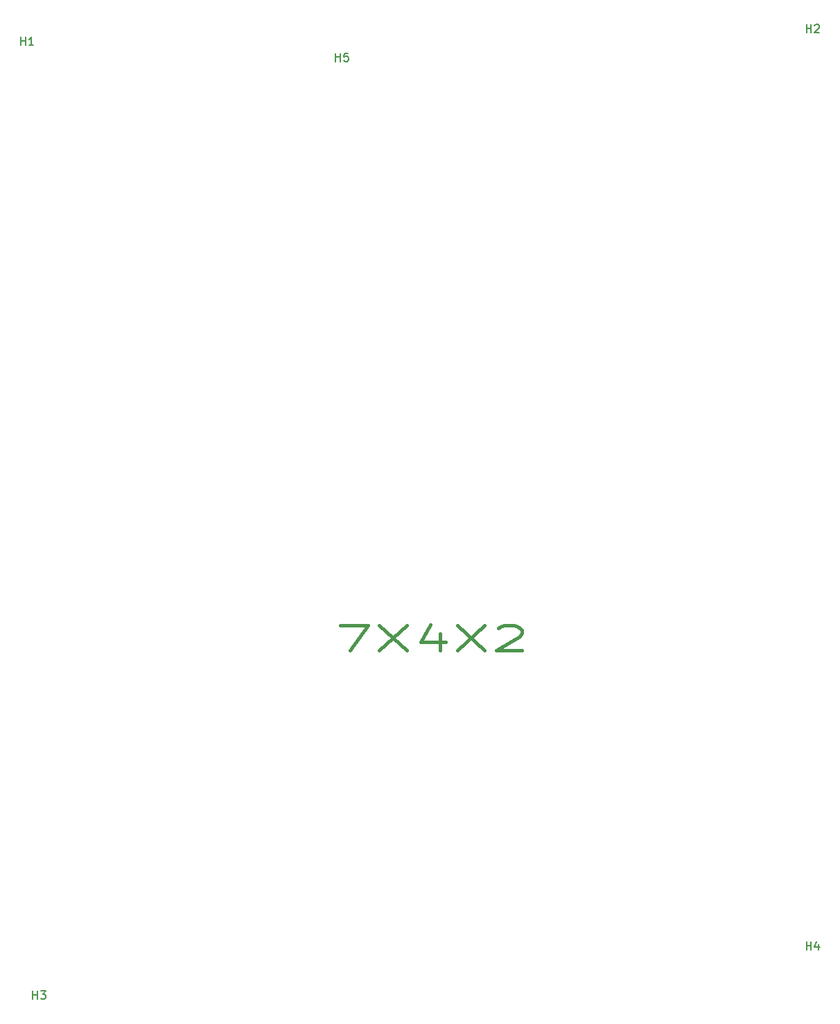
<source format=gto>
G04 #@! TF.GenerationSoftware,KiCad,Pcbnew,(5.1.5)-3*
G04 #@! TF.CreationDate,2020-05-19T11:01:32+09:00*
G04 #@! TF.ProjectId,7x4x2-bot,37783478-322d-4626-9f74-2e6b69636164,rev?*
G04 #@! TF.SameCoordinates,PX2faf080PY2faf080*
G04 #@! TF.FileFunction,Legend,Top*
G04 #@! TF.FilePolarity,Positive*
%FSLAX46Y46*%
G04 Gerber Fmt 4.6, Leading zero omitted, Abs format (unit mm)*
G04 Created by KiCad (PCBNEW (5.1.5)-3) date 2020-05-19 11:01:32*
%MOMM*%
%LPD*%
G04 APERTURE LIST*
%ADD10C,0.400000*%
%ADD11C,0.150000*%
%ADD12C,2.500000*%
G04 APERTURE END LIST*
D10*
X58710524Y-81212663D02*
X62043858Y-81212663D01*
X59901001Y-84212663D01*
X63472429Y-81212663D02*
X66805762Y-84212663D01*
X66805762Y-81212663D02*
X63472429Y-84212663D01*
X70853381Y-82212663D02*
X70853381Y-84212663D01*
X69662905Y-81069806D02*
X68472429Y-83212663D01*
X71567667Y-83212663D01*
X72996239Y-81212663D02*
X76329572Y-84212663D01*
X76329572Y-81212663D02*
X72996239Y-84212663D01*
X77996239Y-81498378D02*
X78234334Y-81355521D01*
X78710524Y-81212663D01*
X79901001Y-81212663D01*
X80377191Y-81355521D01*
X80615286Y-81498378D01*
X80853381Y-81784092D01*
X80853381Y-82069806D01*
X80615286Y-82498378D01*
X77758143Y-84212663D01*
X80853381Y-84212663D01*
D11*
X58139096Y-12307901D02*
X58139096Y-11307901D01*
X58139096Y-11784092D02*
X58710524Y-11784092D01*
X58710524Y-12307901D02*
X58710524Y-11307901D01*
X59662905Y-11307901D02*
X59186715Y-11307901D01*
X59139096Y-11784092D01*
X59186715Y-11736473D01*
X59281953Y-11688854D01*
X59520048Y-11688854D01*
X59615286Y-11736473D01*
X59662905Y-11784092D01*
X59710524Y-11879330D01*
X59710524Y-12117425D01*
X59662905Y-12212663D01*
X59615286Y-12260282D01*
X59520048Y-12307901D01*
X59281953Y-12307901D01*
X59186715Y-12260282D01*
X59139096Y-12212663D01*
X115639096Y-120807901D02*
X115639096Y-119807901D01*
X115639096Y-120284092D02*
X116210524Y-120284092D01*
X116210524Y-120807901D02*
X116210524Y-119807901D01*
X117115286Y-120141235D02*
X117115286Y-120807901D01*
X116877191Y-119760282D02*
X116639096Y-120474568D01*
X117258143Y-120474568D01*
X21139096Y-126807901D02*
X21139096Y-125807901D01*
X21139096Y-126284092D02*
X21710524Y-126284092D01*
X21710524Y-126807901D02*
X21710524Y-125807901D01*
X22091477Y-125807901D02*
X22710524Y-125807901D01*
X22377191Y-126188854D01*
X22520048Y-126188854D01*
X22615286Y-126236473D01*
X22662905Y-126284092D01*
X22710524Y-126379330D01*
X22710524Y-126617425D01*
X22662905Y-126712663D01*
X22615286Y-126760282D01*
X22520048Y-126807901D01*
X22234334Y-126807901D01*
X22139096Y-126760282D01*
X22091477Y-126712663D01*
X115639096Y-8807901D02*
X115639096Y-7807901D01*
X115639096Y-8284092D02*
X116210524Y-8284092D01*
X116210524Y-8807901D02*
X116210524Y-7807901D01*
X116639096Y-7903140D02*
X116686715Y-7855521D01*
X116781953Y-7807901D01*
X117020048Y-7807901D01*
X117115286Y-7855521D01*
X117162905Y-7903140D01*
X117210524Y-7998378D01*
X117210524Y-8093616D01*
X117162905Y-8236473D01*
X116591477Y-8807901D01*
X117210524Y-8807901D01*
X19639096Y-10307901D02*
X19639096Y-9307901D01*
X19639096Y-9784092D02*
X20210524Y-9784092D01*
X20210524Y-10307901D02*
X20210524Y-9307901D01*
X21210524Y-10307901D02*
X20639096Y-10307901D01*
X20924810Y-10307901D02*
X20924810Y-9307901D01*
X20829572Y-9450759D01*
X20734334Y-9545997D01*
X20639096Y-9593616D01*
%LPC*%
D12*
X59401001Y-63855521D03*
X116401001Y-81855521D03*
X21401001Y-82855521D03*
X116401001Y-44855521D03*
X21401001Y-44855521D03*
M02*

</source>
